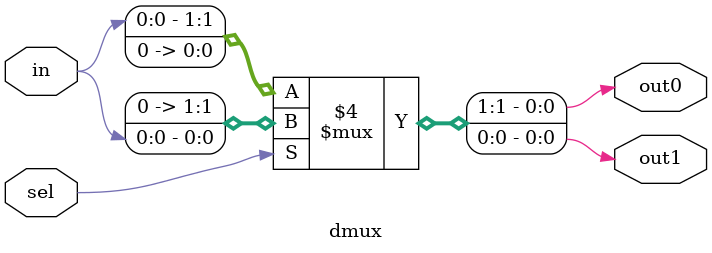
<source format=v>
module dmux(
    input in, sel,
    output reg out0, out1
);

always @(*) begin
    if(!sel)
        {out0, out1} = {in, 1'b0};
    else    
        {out0, out1} = {1'b0, in};
        
end

endmodule
</source>
